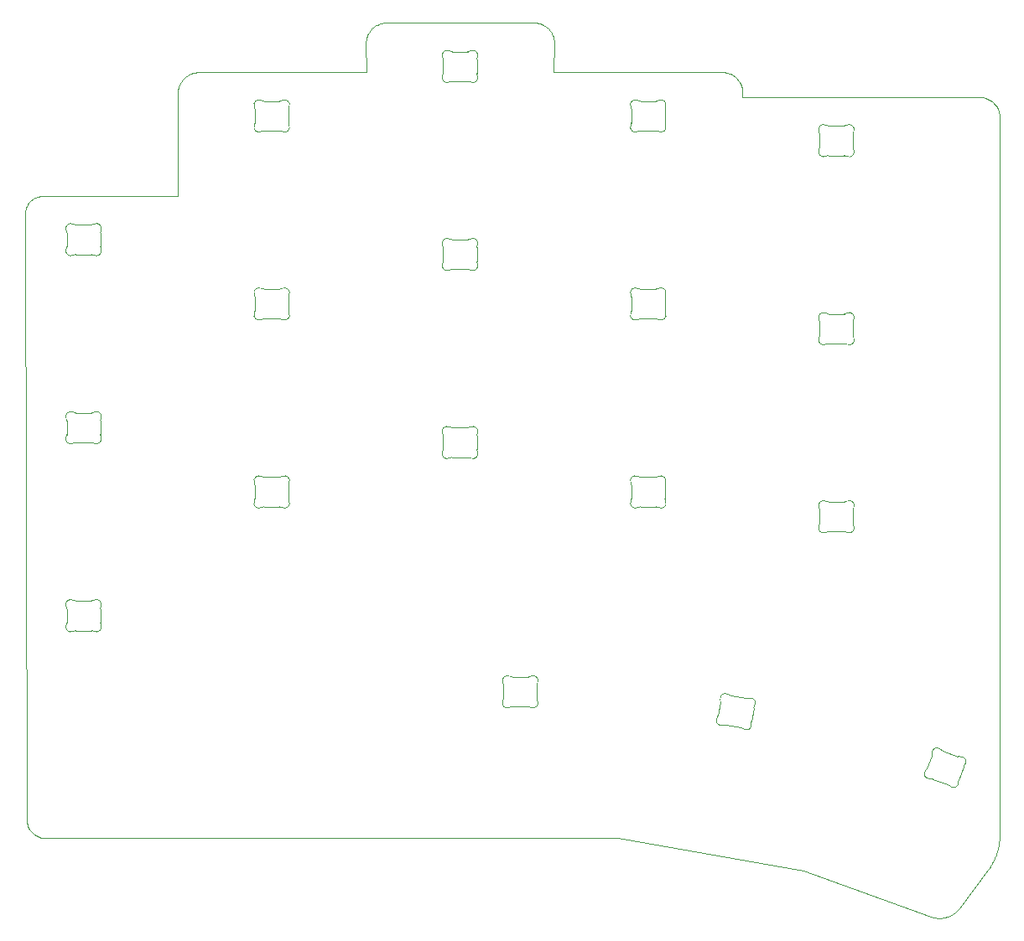
<source format=gbr>
%TF.GenerationSoftware,KiCad,Pcbnew,(6.0.5)*%
%TF.CreationDate,2022-11-22T22:37:01-08:00*%
%TF.ProjectId,bgkeeb,62676b65-6562-42e6-9b69-6361645f7063,rev?*%
%TF.SameCoordinates,Original*%
%TF.FileFunction,Profile,NP*%
%FSLAX46Y46*%
G04 Gerber Fmt 4.6, Leading zero omitted, Abs format (unit mm)*
G04 Created by KiCad (PCBNEW (6.0.5)) date 2022-11-22 22:37:01*
%MOMM*%
%LPD*%
G01*
G04 APERTURE LIST*
%ADD10C,0.100000*%
%TA.AperFunction,Profile*%
%ADD11C,0.100000*%
%TD*%
G04 APERTURE END LIST*
D10*
X89501525Y-33087585D02*
X89503022Y-32986252D01*
X89509535Y-32885564D01*
X89520993Y-32785693D01*
X89537328Y-32686808D01*
X89570824Y-32540702D01*
X89614904Y-32397772D01*
X89669337Y-32258591D01*
X89733889Y-32123735D01*
X89808328Y-31993778D01*
X89863332Y-31910145D01*
X89922557Y-31829114D01*
X89985934Y-31750856D01*
X90053396Y-31675540D01*
X90088637Y-31639040D01*
X90088637Y-31639040D02*
X90161707Y-31568816D01*
X90237846Y-31502610D01*
X90316884Y-31440494D01*
X90398652Y-31382537D01*
X90526053Y-31303556D01*
X90658643Y-31234331D01*
X90795851Y-31175102D01*
X90937105Y-31126107D01*
X91081832Y-31087585D01*
X91179965Y-31067839D01*
X91279218Y-31052924D01*
X91379421Y-31042911D01*
X91480407Y-31037871D01*
X91531140Y-31037238D01*
D11*
X72627520Y-36035956D02*
X89531489Y-36035956D01*
X108479887Y-36035956D02*
X125494255Y-36035956D01*
D10*
X126919713Y-36634469D02*
X126988119Y-36707800D01*
X127083121Y-36823355D01*
X127168789Y-36945065D01*
X127244893Y-37072355D01*
X127311206Y-37204649D01*
X127367497Y-37341369D01*
X127413539Y-37481940D01*
X127449101Y-37625786D01*
X127473955Y-37772329D01*
X127487872Y-37920994D01*
X127490961Y-38020997D01*
X127490624Y-38071204D01*
X71112978Y-36665012D02*
X71189848Y-36591585D01*
X71269914Y-36522364D01*
X71352999Y-36457423D01*
X71438926Y-36396835D01*
X71527518Y-36340672D01*
X71618601Y-36289009D01*
X71711996Y-36241918D01*
X71807527Y-36199473D01*
X71905019Y-36161747D01*
X72004294Y-36128813D01*
X72105176Y-36100745D01*
X72207489Y-36077616D01*
X72311057Y-36059499D01*
X72415702Y-36046468D01*
X72521248Y-36038596D01*
X72627520Y-36035956D01*
X151440388Y-38537856D02*
X151545118Y-38540504D01*
X151648473Y-38548362D01*
X151750326Y-38561304D01*
X151850548Y-38579201D01*
X151949013Y-38601926D01*
X152045590Y-38629349D01*
X152232576Y-38697783D01*
X152410483Y-38783481D01*
X152578288Y-38885419D01*
X152734967Y-39002574D01*
X152879499Y-39133924D01*
X153010859Y-39278446D01*
X153128026Y-39435117D01*
X153229976Y-39602914D01*
X153315687Y-39780815D01*
X153384134Y-39967796D01*
X153411565Y-40064371D01*
X153434296Y-40162834D01*
X153452200Y-40263055D01*
X153465150Y-40364907D01*
X153473016Y-40468262D01*
X153475672Y-40572992D01*
X70489772Y-38181971D02*
X70492002Y-38075690D01*
X70499467Y-37970114D01*
X70512094Y-37865419D01*
X70529811Y-37761783D01*
X70552545Y-37659381D01*
X70580223Y-37558391D01*
X70612774Y-37458990D01*
X70650123Y-37361353D01*
X70692199Y-37265658D01*
X70738929Y-37172082D01*
X70790241Y-37080801D01*
X70846061Y-36991993D01*
X70906317Y-36905832D01*
X70970937Y-36822498D01*
X71039848Y-36742165D01*
X71112978Y-36665012D01*
X153480920Y-113059601D02*
X153479727Y-113179142D01*
X153476139Y-113298452D01*
X153470168Y-113417496D01*
X153461824Y-113536241D01*
X153451118Y-113654653D01*
X153438061Y-113772699D01*
X153422665Y-113890345D01*
X153404941Y-114007557D01*
X153384899Y-114124302D01*
X153362552Y-114240546D01*
X153337909Y-114356255D01*
X153310983Y-114471396D01*
X153281784Y-114585935D01*
X153250323Y-114699839D01*
X153216611Y-114813074D01*
X153180660Y-114925606D01*
X153142481Y-115037401D01*
X153102085Y-115148427D01*
X153059482Y-115258649D01*
X153014685Y-115368034D01*
X152967704Y-115476548D01*
X152918550Y-115584157D01*
X152867234Y-115690828D01*
X152813768Y-115796528D01*
X152758162Y-115901222D01*
X152700428Y-116004877D01*
X152640577Y-116107459D01*
X152578620Y-116208935D01*
X152514568Y-116309272D01*
X152448432Y-116408434D01*
X152380224Y-116506390D01*
X152309954Y-116603105D01*
D11*
X153475672Y-40572992D02*
X153480920Y-113059601D01*
X133697002Y-116711436D02*
X114936562Y-113401816D01*
X114936562Y-113401816D02*
X57130533Y-113401816D01*
X89531489Y-36035956D02*
X89501525Y-33087585D01*
X152309954Y-116603105D02*
X149438604Y-120472650D01*
X127490624Y-38071204D02*
X127481622Y-38537856D01*
X56956848Y-48522176D02*
X70529749Y-48537838D01*
X127481622Y-38537856D02*
X151440388Y-38537856D01*
D10*
X149438604Y-120472650D02*
X149374487Y-120555461D01*
X149307490Y-120635046D01*
X149237730Y-120711370D01*
X149165324Y-120784397D01*
X149090387Y-120854092D01*
X149013036Y-120920420D01*
X148933388Y-120983345D01*
X148851559Y-121042834D01*
X148767666Y-121098850D01*
X148681825Y-121151358D01*
X148594154Y-121200323D01*
X148504767Y-121245711D01*
X148413782Y-121287485D01*
X148321316Y-121325612D01*
X148132404Y-121390779D01*
X147938963Y-121440932D01*
X147840836Y-121460291D01*
X147741927Y-121475790D01*
X147642351Y-121487395D01*
X147542226Y-121495071D01*
X147441667Y-121498782D01*
X147340793Y-121498494D01*
X147239718Y-121494171D01*
X147138560Y-121485778D01*
X147037434Y-121473280D01*
X146936459Y-121456642D01*
X146835749Y-121435828D01*
X146735422Y-121410804D01*
X146635594Y-121381535D01*
X146536382Y-121347985D01*
X107922527Y-31639249D02*
X107992028Y-31713054D01*
X108057479Y-31789889D01*
X108118810Y-31869582D01*
X108175953Y-31951964D01*
X108228838Y-32036864D01*
X108300032Y-32168563D01*
X108361258Y-32304972D01*
X108412284Y-32445515D01*
X108452876Y-32589618D01*
X108474027Y-32687380D01*
X108490368Y-32786300D01*
X108501830Y-32886205D01*
X108508345Y-32986927D01*
X108509844Y-33088296D01*
D11*
X146536382Y-121347985D02*
X133697002Y-116711436D01*
D10*
X106479523Y-31037238D02*
X106580870Y-31039766D01*
X106681521Y-31047304D01*
X106781305Y-31059781D01*
X106880053Y-31077126D01*
X106977596Y-31099269D01*
X107121279Y-31141323D01*
X107261296Y-31193774D01*
X107397075Y-31256383D01*
X107528044Y-31328912D01*
X107612403Y-31382657D01*
X107694200Y-31440634D01*
X107773265Y-31502772D01*
X107849431Y-31569000D01*
X107922527Y-31639249D01*
X57130533Y-113401816D02*
X56937241Y-113392072D01*
X56749513Y-113363473D01*
X56568297Y-113316964D01*
X56394541Y-113253491D01*
X56229193Y-113173999D01*
X56073201Y-113079435D01*
X55927515Y-112970745D01*
X55793083Y-112848874D01*
X55670853Y-112714768D01*
X55561773Y-112569373D01*
X55466792Y-112413635D01*
X55386858Y-112248500D01*
X55322920Y-112074914D01*
X55275926Y-111893823D01*
X55246824Y-111706172D01*
X55236564Y-111512908D01*
D11*
X55236564Y-111512908D02*
X55072993Y-50408904D01*
D10*
X55072993Y-50408904D02*
X55077835Y-50268810D01*
X55092970Y-50130299D01*
X55118183Y-49993895D01*
X55153256Y-49860124D01*
X55197974Y-49729510D01*
X55252120Y-49602577D01*
X55315478Y-49479851D01*
X55387831Y-49361856D01*
X55468964Y-49249117D01*
X55558660Y-49142159D01*
X55623108Y-49074324D01*
X55623108Y-49074324D02*
X55725776Y-48978883D01*
X55834587Y-48891851D01*
X55949017Y-48813446D01*
X56068541Y-48743885D01*
X56192636Y-48683385D01*
X56320776Y-48632162D01*
X56452437Y-48590434D01*
X56587096Y-48558419D01*
X56724226Y-48536332D01*
X56863305Y-48524392D01*
X56956848Y-48522176D01*
X125494255Y-36035956D02*
X125594508Y-36038471D01*
X125743527Y-36051568D01*
X125890404Y-36075639D01*
X126034569Y-36110444D01*
X126175448Y-36155743D01*
X126312470Y-36211296D01*
X126445063Y-36276863D01*
X126572656Y-36352204D01*
X126694676Y-36437079D01*
X126810552Y-36531247D01*
X126884107Y-36599070D01*
X126919713Y-36634469D01*
D11*
X108509844Y-33088296D02*
X108479887Y-36035956D01*
X91531140Y-31037238D02*
X106479523Y-31037238D01*
X70529749Y-48537838D02*
X70489772Y-38181971D01*
%TO.C,D47*%
X78297589Y-41149331D02*
X78297589Y-39743647D01*
X81697587Y-39743647D02*
X81697587Y-41149331D01*
X79203136Y-38946489D02*
X80792040Y-38946489D01*
X80792040Y-41946488D02*
X79203135Y-41946488D01*
X78950877Y-38878190D02*
G75*
G03*
X79203136Y-38946489I252261J431712D01*
G01*
X81747072Y-39526769D02*
G75*
G03*
X81044299Y-38878192I-450515J216877D01*
G01*
X78950877Y-38878190D02*
G75*
G03*
X78248104Y-39526770I-252259J-431700D01*
G01*
X80792040Y-38946489D02*
G75*
G03*
X81044298Y-38878190I-3J500009D01*
G01*
X78297603Y-39743647D02*
G75*
G03*
X78248104Y-39526769I-499615J59D01*
G01*
X78248104Y-41366209D02*
G75*
G03*
X78950877Y-42014787I450514J-216879D01*
G01*
X81747072Y-39526769D02*
G75*
G03*
X81697587Y-39743646I450505J-216876D01*
G01*
X81044299Y-42014788D02*
G75*
G03*
X80792041Y-41946489I-252261J-431710D01*
G01*
X81044299Y-42014788D02*
G75*
G03*
X81747072Y-41366209I252258J431701D01*
G01*
X79203135Y-41946488D02*
G75*
G03*
X78950877Y-42014787I3J-500010D01*
G01*
X81697587Y-41149331D02*
G75*
G03*
X81747072Y-41366209I499990J-2D01*
G01*
X78248105Y-41366210D02*
G75*
G03*
X78297589Y-41149332I-450497J216872D01*
G01*
%TO.C,D48*%
X100697586Y-34743647D02*
X100697586Y-36149331D01*
X97297588Y-36149331D02*
X97297588Y-34743647D01*
X98203135Y-33946489D02*
X99792039Y-33946489D01*
X99792039Y-36946488D02*
X98203134Y-36946488D01*
X97950876Y-33878190D02*
G75*
G03*
X97248103Y-34526770I-252259J-431700D01*
G01*
X97297602Y-34743647D02*
G75*
G03*
X97248103Y-34526769I-499615J59D01*
G01*
X100747071Y-34526769D02*
G75*
G03*
X100044298Y-33878192I-450515J216877D01*
G01*
X97950876Y-33878190D02*
G75*
G03*
X98203135Y-33946489I252261J431712D01*
G01*
X99792039Y-33946489D02*
G75*
G03*
X100044297Y-33878190I-3J500009D01*
G01*
X97248103Y-36366209D02*
G75*
G03*
X97950876Y-37014787I450514J-216879D01*
G01*
X97248104Y-36366210D02*
G75*
G03*
X97297588Y-36149332I-450497J216872D01*
G01*
X98203134Y-36946488D02*
G75*
G03*
X97950876Y-37014787I3J-500010D01*
G01*
X100044298Y-37014788D02*
G75*
G03*
X99792040Y-36946489I-252261J-431710D01*
G01*
X100697586Y-36149331D02*
G75*
G03*
X100747071Y-36366209I499990J-2D01*
G01*
X100747071Y-34526769D02*
G75*
G03*
X100697586Y-34743646I450505J-216876D01*
G01*
X100044298Y-37014788D02*
G75*
G03*
X100747071Y-36366209I252258J431701D01*
G01*
%TO.C,D54*%
X138697584Y-42243648D02*
X138697584Y-43649332D01*
X137792037Y-44446489D02*
X136203132Y-44446489D01*
X136203133Y-41446490D02*
X137792037Y-41446490D01*
X135297586Y-43649332D02*
X135297586Y-42243648D01*
X138044296Y-44514789D02*
G75*
G03*
X138747069Y-43866210I252258J431701D01*
G01*
X138747069Y-42026770D02*
G75*
G03*
X138697584Y-42243647I450505J-216876D01*
G01*
X138697584Y-43649332D02*
G75*
G03*
X138747069Y-43866210I499990J-2D01*
G01*
X137792037Y-41446490D02*
G75*
G03*
X138044295Y-41378191I-3J500009D01*
G01*
X135297600Y-42243648D02*
G75*
G03*
X135248101Y-42026770I-499615J59D01*
G01*
X135950874Y-41378191D02*
G75*
G03*
X136203133Y-41446490I252261J431712D01*
G01*
X135248101Y-43866210D02*
G75*
G03*
X135950874Y-44514788I450514J-216879D01*
G01*
X135248102Y-43866211D02*
G75*
G03*
X135297586Y-43649333I-450497J216872D01*
G01*
X135950874Y-41378191D02*
G75*
G03*
X135248101Y-42026771I-252259J-431700D01*
G01*
X138044296Y-44514789D02*
G75*
G03*
X137792038Y-44446490I-252261J-431710D01*
G01*
X136203132Y-44446489D02*
G75*
G03*
X135950874Y-44514788I3J-500010D01*
G01*
X138747069Y-42026770D02*
G75*
G03*
X138044296Y-41378193I-450515J216877D01*
G01*
%TO.C,D55*%
X135297586Y-62649331D02*
X135297586Y-61243647D01*
X136203133Y-60446489D02*
X137792037Y-60446489D01*
X138697584Y-61243647D02*
X138697584Y-62649331D01*
X137792037Y-63446488D02*
X136203132Y-63446488D01*
X135297600Y-61243647D02*
G75*
G03*
X135248101Y-61026769I-499615J59D01*
G01*
X135950874Y-60378190D02*
G75*
G03*
X136203133Y-60446489I252261J431712D01*
G01*
X137792037Y-60446489D02*
G75*
G03*
X138044295Y-60378190I-3J500009D01*
G01*
X138044296Y-63514788D02*
G75*
G03*
X137792038Y-63446489I-252261J-431710D01*
G01*
X135248102Y-62866210D02*
G75*
G03*
X135297586Y-62649332I-450497J216872D01*
G01*
X138747069Y-61026769D02*
G75*
G03*
X138044296Y-60378192I-450515J216877D01*
G01*
X138747069Y-61026769D02*
G75*
G03*
X138697584Y-61243646I450505J-216876D01*
G01*
X138044296Y-63514788D02*
G75*
G03*
X138747069Y-62866209I252258J431701D01*
G01*
X135248101Y-62866209D02*
G75*
G03*
X135950874Y-63514787I450514J-216879D01*
G01*
X135950874Y-60378190D02*
G75*
G03*
X135248101Y-61026770I-252259J-431700D01*
G01*
X138697584Y-62649331D02*
G75*
G03*
X138747069Y-62866209I499990J-2D01*
G01*
X136203132Y-63446488D02*
G75*
G03*
X135950874Y-63514787I3J-500010D01*
G01*
%TO.C,D42*%
X61792041Y-73446486D02*
X60203136Y-73446486D01*
X60203137Y-70446487D02*
X61792041Y-70446487D01*
X59297590Y-72649329D02*
X59297590Y-71243645D01*
X62697588Y-71243645D02*
X62697588Y-72649329D01*
X62044300Y-73514786D02*
G75*
G03*
X61792042Y-73446487I-252261J-431710D01*
G01*
X59248105Y-72866207D02*
G75*
G03*
X59950878Y-73514785I450514J-216879D01*
G01*
X62697588Y-72649329D02*
G75*
G03*
X62747073Y-72866207I499990J-2D01*
G01*
X59950878Y-70378188D02*
G75*
G03*
X60203137Y-70446487I252261J431712D01*
G01*
X62747073Y-71026767D02*
G75*
G03*
X62044300Y-70378190I-450515J216877D01*
G01*
X60203136Y-73446486D02*
G75*
G03*
X59950878Y-73514785I3J-500010D01*
G01*
X62747073Y-71026767D02*
G75*
G03*
X62697588Y-71243644I450505J-216876D01*
G01*
X62044300Y-73514786D02*
G75*
G03*
X62747073Y-72866207I252258J431701D01*
G01*
X59248106Y-72866208D02*
G75*
G03*
X59297590Y-72649330I-450497J216872D01*
G01*
X59297604Y-71243645D02*
G75*
G03*
X59248105Y-71026767I-499615J59D01*
G01*
X61792041Y-70446487D02*
G75*
G03*
X62044299Y-70378188I-3J500009D01*
G01*
X59950878Y-70378188D02*
G75*
G03*
X59248105Y-71026768I-252259J-431700D01*
G01*
%TO.C,D46*%
X79203136Y-57946488D02*
X80792040Y-57946488D01*
X80792040Y-60946487D02*
X79203135Y-60946487D01*
X81697587Y-58743646D02*
X81697587Y-60149330D01*
X78297589Y-60149330D02*
X78297589Y-58743646D01*
X78248104Y-60366208D02*
G75*
G03*
X78950877Y-61014786I450514J-216879D01*
G01*
X81747072Y-58526768D02*
G75*
G03*
X81044299Y-57878191I-450515J216877D01*
G01*
X81044299Y-61014787D02*
G75*
G03*
X80792041Y-60946488I-252261J-431710D01*
G01*
X78297603Y-58743646D02*
G75*
G03*
X78248104Y-58526768I-499615J59D01*
G01*
X79203135Y-60946487D02*
G75*
G03*
X78950877Y-61014786I3J-500010D01*
G01*
X78248105Y-60366209D02*
G75*
G03*
X78297589Y-60149331I-450497J216872D01*
G01*
X80792040Y-57946488D02*
G75*
G03*
X81044298Y-57878189I-3J500009D01*
G01*
X78950877Y-57878189D02*
G75*
G03*
X79203136Y-57946488I252261J431712D01*
G01*
X81697587Y-60149330D02*
G75*
G03*
X81747072Y-60366208I499990J-2D01*
G01*
X78950877Y-57878189D02*
G75*
G03*
X78248104Y-58526769I-252259J-431700D01*
G01*
X81044299Y-61014787D02*
G75*
G03*
X81747072Y-60366208I252258J431701D01*
G01*
X81747072Y-58526768D02*
G75*
G03*
X81697587Y-58743645I450505J-216876D01*
G01*
%TO.C,D49*%
X98203135Y-52946488D02*
X99792039Y-52946488D01*
X99792039Y-55946487D02*
X98203134Y-55946487D01*
X100697586Y-53743646D02*
X100697586Y-55149330D01*
X97297588Y-55149330D02*
X97297588Y-53743646D01*
X100747071Y-53526768D02*
G75*
G03*
X100044298Y-52878191I-450515J216877D01*
G01*
X97950876Y-52878189D02*
G75*
G03*
X97248103Y-53526769I-252259J-431700D01*
G01*
X97248103Y-55366208D02*
G75*
G03*
X97950876Y-56014786I450514J-216879D01*
G01*
X97950876Y-52878189D02*
G75*
G03*
X98203135Y-52946488I252261J431712D01*
G01*
X100044298Y-56014787D02*
G75*
G03*
X100747071Y-55366208I252258J431701D01*
G01*
X100697586Y-55149330D02*
G75*
G03*
X100747071Y-55366208I499990J-2D01*
G01*
X100747071Y-53526768D02*
G75*
G03*
X100697586Y-53743645I450505J-216876D01*
G01*
X98203134Y-55946487D02*
G75*
G03*
X97950876Y-56014786I3J-500010D01*
G01*
X100044298Y-56014787D02*
G75*
G03*
X99792040Y-55946488I-252261J-431710D01*
G01*
X97248104Y-55366209D02*
G75*
G03*
X97297588Y-55149331I-450497J216872D01*
G01*
X97297602Y-53743646D02*
G75*
G03*
X97248103Y-53526768I-499615J59D01*
G01*
X99792039Y-52946488D02*
G75*
G03*
X100044297Y-52878189I-3J500009D01*
G01*
%TO.C,D53*%
X116297587Y-41149331D02*
X116297587Y-39743647D01*
X117203134Y-38946489D02*
X118792038Y-38946489D01*
X119697585Y-39743647D02*
X119697585Y-41149331D01*
X118792038Y-41946488D02*
X117203133Y-41946488D01*
X117203133Y-41946488D02*
G75*
G03*
X116950875Y-42014787I3J-500010D01*
G01*
X118792038Y-38946489D02*
G75*
G03*
X119044296Y-38878190I-3J500009D01*
G01*
X116950875Y-38878190D02*
G75*
G03*
X116248102Y-39526770I-252259J-431700D01*
G01*
X119697585Y-41149331D02*
G75*
G03*
X119747070Y-41366209I499990J-2D01*
G01*
X119044297Y-42014788D02*
G75*
G03*
X118792039Y-41946489I-252261J-431710D01*
G01*
X116248102Y-41366209D02*
G75*
G03*
X116950875Y-42014787I450514J-216879D01*
G01*
X116950875Y-38878190D02*
G75*
G03*
X117203134Y-38946489I252261J431712D01*
G01*
X119747070Y-39526769D02*
G75*
G03*
X119044297Y-38878192I-450515J216877D01*
G01*
X116297601Y-39743647D02*
G75*
G03*
X116248102Y-39526769I-499615J59D01*
G01*
X119747070Y-39526769D02*
G75*
G03*
X119697585Y-39743646I450505J-216876D01*
G01*
X116248103Y-41366210D02*
G75*
G03*
X116297587Y-41149332I-450497J216872D01*
G01*
X119044297Y-42014788D02*
G75*
G03*
X119747070Y-41366209I252258J431701D01*
G01*
%TO.C,D56*%
X137792037Y-82446487D02*
X136203132Y-82446487D01*
X136203133Y-79446488D02*
X137792037Y-79446488D01*
X138697584Y-80243646D02*
X138697584Y-81649330D01*
X135297586Y-81649330D02*
X135297586Y-80243646D01*
X138044296Y-82514787D02*
G75*
G03*
X137792038Y-82446488I-252261J-431710D01*
G01*
X135950874Y-79378189D02*
G75*
G03*
X136203133Y-79446488I252261J431712D01*
G01*
X136203132Y-82446487D02*
G75*
G03*
X135950874Y-82514786I3J-500010D01*
G01*
X138044296Y-82514787D02*
G75*
G03*
X138747069Y-81866208I252258J431701D01*
G01*
X137792037Y-79446488D02*
G75*
G03*
X138044295Y-79378189I-3J500009D01*
G01*
X135950874Y-79378189D02*
G75*
G03*
X135248101Y-80026769I-252259J-431700D01*
G01*
X138747069Y-80026768D02*
G75*
G03*
X138697584Y-80243645I450505J-216876D01*
G01*
X138747069Y-80026768D02*
G75*
G03*
X138044296Y-79378191I-450515J216877D01*
G01*
X135297600Y-80243646D02*
G75*
G03*
X135248101Y-80026768I-499615J59D01*
G01*
X138697584Y-81649330D02*
G75*
G03*
X138747069Y-81866208I499990J-2D01*
G01*
X135248101Y-81866208D02*
G75*
G03*
X135950874Y-82514786I450514J-216879D01*
G01*
X135248102Y-81866209D02*
G75*
G03*
X135297586Y-81649331I-450497J216872D01*
G01*
%TO.C,D43*%
X60203136Y-89446486D02*
X61792040Y-89446486D01*
X59297589Y-91649328D02*
X59297589Y-90243644D01*
X61792040Y-92446485D02*
X60203135Y-92446485D01*
X62697587Y-90243644D02*
X62697587Y-91649328D01*
X62044299Y-92514785D02*
G75*
G03*
X61792041Y-92446486I-252261J-431710D01*
G01*
X59950877Y-89378187D02*
G75*
G03*
X60203136Y-89446486I252261J431712D01*
G01*
X61792040Y-89446486D02*
G75*
G03*
X62044298Y-89378187I-3J500009D01*
G01*
X59297603Y-90243644D02*
G75*
G03*
X59248104Y-90026766I-499615J59D01*
G01*
X62747072Y-90026766D02*
G75*
G03*
X62697587Y-90243643I450505J-216876D01*
G01*
X62697587Y-91649328D02*
G75*
G03*
X62747072Y-91866206I499990J-2D01*
G01*
X59248105Y-91866207D02*
G75*
G03*
X59297589Y-91649329I-450497J216872D01*
G01*
X59950877Y-89378187D02*
G75*
G03*
X59248104Y-90026767I-252259J-431700D01*
G01*
X62747072Y-90026766D02*
G75*
G03*
X62044299Y-89378189I-450515J216877D01*
G01*
X59248104Y-91866206D02*
G75*
G03*
X59950877Y-92514784I450514J-216879D01*
G01*
X62044299Y-92514785D02*
G75*
G03*
X62747072Y-91866206I252258J431701D01*
G01*
X60203135Y-92446485D02*
G75*
G03*
X59950877Y-92514784I3J-500010D01*
G01*
%TO.C,D50*%
X97297587Y-74149330D02*
X97297587Y-72743646D01*
X99792038Y-74946487D02*
X98203133Y-74946487D01*
X100697585Y-72743646D02*
X100697585Y-74149330D01*
X98203134Y-71946488D02*
X99792038Y-71946488D01*
X100697585Y-74149330D02*
G75*
G03*
X100747070Y-74366208I499990J-2D01*
G01*
X100747070Y-72526768D02*
G75*
G03*
X100044297Y-71878191I-450515J216877D01*
G01*
X97950875Y-71878189D02*
G75*
G03*
X97248102Y-72526769I-252259J-431700D01*
G01*
X97297601Y-72743646D02*
G75*
G03*
X97248102Y-72526768I-499615J59D01*
G01*
X100747070Y-72526768D02*
G75*
G03*
X100697585Y-72743645I450505J-216876D01*
G01*
X97950875Y-71878189D02*
G75*
G03*
X98203134Y-71946488I252261J431712D01*
G01*
X98203133Y-74946487D02*
G75*
G03*
X97950875Y-75014786I3J-500010D01*
G01*
X100044297Y-75014787D02*
G75*
G03*
X100747070Y-74366208I252258J431701D01*
G01*
X97248103Y-74366209D02*
G75*
G03*
X97297587Y-74149331I-450497J216872D01*
G01*
X99792038Y-71946488D02*
G75*
G03*
X100044296Y-71878189I-3J500009D01*
G01*
X100044297Y-75014787D02*
G75*
G03*
X99792039Y-74946488I-252261J-431710D01*
G01*
X97248102Y-74366208D02*
G75*
G03*
X97950875Y-75014786I450514J-216879D01*
G01*
%TO.C,D57*%
X103378594Y-99337247D02*
X103378594Y-97931563D01*
X105873045Y-100134404D02*
X104284140Y-100134404D01*
X104284141Y-97134405D02*
X105873045Y-97134405D01*
X106778592Y-97931563D02*
X106778592Y-99337247D01*
X106778592Y-99337247D02*
G75*
G03*
X106828077Y-99554125I499990J-2D01*
G01*
X103329109Y-99554125D02*
G75*
G03*
X104031882Y-100202703I450514J-216879D01*
G01*
X106828077Y-97714685D02*
G75*
G03*
X106125304Y-97066108I-450515J216877D01*
G01*
X105873045Y-97134405D02*
G75*
G03*
X106125303Y-97066106I-3J500009D01*
G01*
X103378608Y-97931563D02*
G75*
G03*
X103329109Y-97714685I-499615J59D01*
G01*
X106828077Y-97714685D02*
G75*
G03*
X106778592Y-97931562I450505J-216876D01*
G01*
X104031882Y-97066106D02*
G75*
G03*
X104284141Y-97134405I252261J431712D01*
G01*
X104031882Y-97066106D02*
G75*
G03*
X103329109Y-97714686I-252259J-431700D01*
G01*
X103329110Y-99554126D02*
G75*
G03*
X103378594Y-99337248I-450497J216872D01*
G01*
X106125304Y-100202704D02*
G75*
G03*
X106828077Y-99554125I252258J431701D01*
G01*
X104284140Y-100134404D02*
G75*
G03*
X104031882Y-100202703I3J-500010D01*
G01*
X106125304Y-100202704D02*
G75*
G03*
X105873046Y-100134405I-252261J-431710D01*
G01*
%TO.C,D59*%
X125049587Y-101034896D02*
X125293682Y-99650568D01*
X128642026Y-100240971D02*
X128397932Y-101625300D01*
X127367717Y-102253099D02*
X125802951Y-101977189D01*
X126323896Y-99022767D02*
X127888661Y-99298677D01*
X125802951Y-101977189D02*
G75*
G03*
X125542665Y-102000646I-86823J-492414D01*
G01*
X124963195Y-101239887D02*
G75*
G03*
X125049587Y-101034897I-405994J291805D01*
G01*
X127604283Y-102364166D02*
G75*
G03*
X128409004Y-101847476I323390J381338D01*
G01*
X128397931Y-101625300D02*
G75*
G03*
X128409004Y-101847476I492394J-86824D01*
G01*
X126087329Y-98911702D02*
G75*
G03*
X126323896Y-99022767I323395J381350D01*
G01*
X124963193Y-101239886D02*
G75*
G03*
X125542665Y-102000646I406009J-291815D01*
G01*
X127888661Y-99298677D02*
G75*
G03*
X128148947Y-99275220I86823J492413D01*
G01*
X125293695Y-99650570D02*
G75*
G03*
X125282609Y-99428392I-492014J86815D01*
G01*
X128728420Y-100035981D02*
G75*
G03*
X128642026Y-100240970I405992J-291807D01*
G01*
X126087330Y-98911701D02*
G75*
G03*
X125282609Y-99428392I-323390J-381338D01*
G01*
X128728421Y-100035981D02*
G75*
G03*
X128148948Y-99275222I-406012J291812D01*
G01*
X127604283Y-102364166D02*
G75*
G03*
X127367718Y-102253101I-323394J-381347D01*
G01*
%TO.C,D41*%
X59297590Y-53649330D02*
X59297590Y-52243646D01*
X60203137Y-51446488D02*
X61792041Y-51446488D01*
X62697588Y-52243646D02*
X62697588Y-53649330D01*
X61792041Y-54446487D02*
X60203136Y-54446487D01*
X62044300Y-54514787D02*
G75*
G03*
X61792042Y-54446488I-252261J-431710D01*
G01*
X59248105Y-53866208D02*
G75*
G03*
X59950878Y-54514786I450514J-216879D01*
G01*
X61792041Y-51446488D02*
G75*
G03*
X62044299Y-51378189I-3J500009D01*
G01*
X59297604Y-52243646D02*
G75*
G03*
X59248105Y-52026768I-499615J59D01*
G01*
X62747073Y-52026768D02*
G75*
G03*
X62697588Y-52243645I450505J-216876D01*
G01*
X62044300Y-54514787D02*
G75*
G03*
X62747073Y-53866208I252258J431701D01*
G01*
X59950878Y-51378189D02*
G75*
G03*
X60203137Y-51446488I252261J431712D01*
G01*
X62697588Y-53649330D02*
G75*
G03*
X62747073Y-53866208I499990J-2D01*
G01*
X59950878Y-51378189D02*
G75*
G03*
X59248105Y-52026769I-252259J-431700D01*
G01*
X59248106Y-53866209D02*
G75*
G03*
X59297590Y-53649331I-450497J216872D01*
G01*
X60203136Y-54446487D02*
G75*
G03*
X59950878Y-54514786I3J-500010D01*
G01*
X62747073Y-52026768D02*
G75*
G03*
X62044300Y-51378191I-450515J216877D01*
G01*
%TO.C,D45*%
X79203135Y-76946487D02*
X80792039Y-76946487D01*
X78297588Y-79149329D02*
X78297588Y-77743645D01*
X81697586Y-77743645D02*
X81697586Y-79149329D01*
X80792039Y-79946486D02*
X79203134Y-79946486D01*
X81697586Y-79149329D02*
G75*
G03*
X81747071Y-79366207I499990J-2D01*
G01*
X81747071Y-77526767D02*
G75*
G03*
X81697586Y-77743644I450505J-216876D01*
G01*
X81747071Y-77526767D02*
G75*
G03*
X81044298Y-76878190I-450515J216877D01*
G01*
X78950876Y-76878188D02*
G75*
G03*
X79203135Y-76946487I252261J431712D01*
G01*
X78950876Y-76878188D02*
G75*
G03*
X78248103Y-77526768I-252259J-431700D01*
G01*
X79203134Y-79946486D02*
G75*
G03*
X78950876Y-80014785I3J-500010D01*
G01*
X78248103Y-79366207D02*
G75*
G03*
X78950876Y-80014785I450514J-216879D01*
G01*
X80792039Y-76946487D02*
G75*
G03*
X81044297Y-76878188I-3J500009D01*
G01*
X78297602Y-77743645D02*
G75*
G03*
X78248103Y-77526767I-499615J59D01*
G01*
X78248104Y-79366208D02*
G75*
G03*
X78297588Y-79149330I-450497J216872D01*
G01*
X81044298Y-80014786D02*
G75*
G03*
X81747071Y-79366207I252258J431701D01*
G01*
X81044298Y-80014786D02*
G75*
G03*
X80792040Y-79946487I-252261J-431710D01*
G01*
%TO.C,D51*%
X116297587Y-79149330D02*
X116297587Y-77743646D01*
X119697585Y-77743646D02*
X119697585Y-79149330D01*
X117203134Y-76946488D02*
X118792038Y-76946488D01*
X118792038Y-79946487D02*
X117203133Y-79946487D01*
X116950875Y-76878189D02*
G75*
G03*
X116248102Y-77526769I-252259J-431700D01*
G01*
X116950875Y-76878189D02*
G75*
G03*
X117203134Y-76946488I252261J431712D01*
G01*
X117203133Y-79946487D02*
G75*
G03*
X116950875Y-80014786I3J-500010D01*
G01*
X116297601Y-77743646D02*
G75*
G03*
X116248102Y-77526768I-499615J59D01*
G01*
X119747070Y-77526768D02*
G75*
G03*
X119044297Y-76878191I-450515J216877D01*
G01*
X119044297Y-80014787D02*
G75*
G03*
X118792039Y-79946488I-252261J-431710D01*
G01*
X116248102Y-79366208D02*
G75*
G03*
X116950875Y-80014786I450514J-216879D01*
G01*
X116248103Y-79366209D02*
G75*
G03*
X116297587Y-79149331I-450497J216872D01*
G01*
X119044297Y-80014787D02*
G75*
G03*
X119747070Y-79366208I252258J431701D01*
G01*
X119747070Y-77526768D02*
G75*
G03*
X119697585Y-77743645I450505J-216876D01*
G01*
X118792038Y-76946488D02*
G75*
G03*
X119044296Y-76878189I-3J500009D01*
G01*
X119697585Y-79149330D02*
G75*
G03*
X119747070Y-79366208I499990J-2D01*
G01*
%TO.C,D52*%
X119697585Y-58743646D02*
X119697585Y-60149330D01*
X117203134Y-57946488D02*
X118792038Y-57946488D01*
X116297587Y-60149330D02*
X116297587Y-58743646D01*
X118792038Y-60946487D02*
X117203133Y-60946487D01*
X116950875Y-57878189D02*
G75*
G03*
X117203134Y-57946488I252261J431712D01*
G01*
X119697585Y-60149330D02*
G75*
G03*
X119747070Y-60366208I499990J-2D01*
G01*
X119044297Y-61014787D02*
G75*
G03*
X118792039Y-60946488I-252261J-431710D01*
G01*
X116297601Y-58743646D02*
G75*
G03*
X116248102Y-58526768I-499615J59D01*
G01*
X119747070Y-58526768D02*
G75*
G03*
X119044297Y-57878191I-450515J216877D01*
G01*
X118792038Y-57946488D02*
G75*
G03*
X119044296Y-57878189I-3J500009D01*
G01*
X119044297Y-61014787D02*
G75*
G03*
X119747070Y-60366208I252258J431701D01*
G01*
X116248103Y-60366209D02*
G75*
G03*
X116297587Y-60149331I-450497J216872D01*
G01*
X119747070Y-58526768D02*
G75*
G03*
X119697585Y-58743645I450505J-216876D01*
G01*
X116248102Y-60366208D02*
G75*
G03*
X116950875Y-61014786I450514J-216879D01*
G01*
X117203133Y-60946487D02*
G75*
G03*
X116950875Y-61014786I3J-500010D01*
G01*
X116950875Y-57878189D02*
G75*
G03*
X116248102Y-58526769I-252259J-431700D01*
G01*
%TO.C,D60*%
X147752067Y-104621061D02*
X149245148Y-105164498D01*
X148219088Y-107983575D02*
X146726005Y-107440137D01*
X149823440Y-106223297D02*
X149342667Y-107544208D01*
X146147714Y-106381340D02*
X146628487Y-105060429D01*
X146027038Y-106568215D02*
G75*
G03*
X146147714Y-106381341I-349155J357872D01*
G01*
X146726005Y-107440137D02*
G75*
G03*
X146465601Y-107418040I-171006J-469816D01*
G01*
X146628500Y-105060434D02*
G75*
G03*
X146656163Y-104839706I-469465J170934D01*
G01*
X149342667Y-107544208D02*
G75*
G03*
X149314991Y-107764931I469837J-171008D01*
G01*
X146027037Y-106568214D02*
G75*
G03*
X146465601Y-107418040I349168J-357884D01*
G01*
X149245148Y-105164498D02*
G75*
G03*
X149505552Y-105186595I171010J469856D01*
G01*
X148432774Y-108134034D02*
G75*
G03*
X149314991Y-107764931I384695J319389D01*
G01*
X147538380Y-104470603D02*
G75*
G03*
X147752067Y-104621061I384702J319398D01*
G01*
X149944117Y-106036423D02*
G75*
G03*
X149823440Y-106223296I349152J-357874D01*
G01*
X149944117Y-106036423D02*
G75*
G03*
X149505553Y-105186598I-349170J357882D01*
G01*
X147538381Y-104470602D02*
G75*
G03*
X146656162Y-104839707I-384696J-319390D01*
G01*
X148432774Y-108134034D02*
G75*
G03*
X148219088Y-107983576I-384697J-319389D01*
G01*
%TO.C,D38*%
X60203137Y-54446487D02*
X61792042Y-54446487D01*
X62697588Y-53649330D02*
X62697588Y-52243646D01*
X61792041Y-51446488D02*
X60203137Y-51446488D01*
X59297590Y-52243646D02*
X59297590Y-53649330D01*
X59248105Y-53866208D02*
G75*
G03*
X59297590Y-53649330I-450505J216876D01*
G01*
X62747071Y-52026768D02*
G75*
G03*
X62044300Y-51378189I-450512J216881D01*
G01*
X62044300Y-54514786D02*
G75*
G03*
X61792042Y-54446487I-252261J-431711D01*
G01*
X59950878Y-51378191D02*
G75*
G03*
X59248105Y-52026768I-252258J-431700D01*
G01*
X62697587Y-53649331D02*
G75*
G03*
X62747073Y-53866208I499302J-156D01*
G01*
X62747075Y-52026769D02*
G75*
G03*
X62697588Y-52243646I450584J-216898D01*
G01*
X59297590Y-52243645D02*
G75*
G03*
X59248105Y-52026768I-499990J1D01*
G01*
X59248105Y-53866208D02*
G75*
G03*
X59950878Y-54514787I450515J-216878D01*
G01*
X61792041Y-51446487D02*
G75*
G03*
X62044300Y-51378189I8J499980D01*
G01*
X60203136Y-54446488D02*
G75*
G03*
X59950878Y-54514787I-5J-499982D01*
G01*
X59950879Y-51378189D02*
G75*
G03*
X60203137Y-51446488I252261J431710D01*
G01*
X62044300Y-54514785D02*
G75*
G03*
X62747073Y-53866208I252258J431700D01*
G01*
%TO.C,D39*%
X118792038Y-76946488D02*
X117203134Y-76946488D01*
X119697585Y-79149330D02*
X119697585Y-77743646D01*
X117203134Y-79946487D02*
X118792039Y-79946487D01*
X116297587Y-77743646D02*
X116297587Y-79149330D01*
X116950875Y-76878191D02*
G75*
G03*
X116248102Y-77526768I-252258J-431700D01*
G01*
X116950876Y-76878189D02*
G75*
G03*
X117203134Y-76946488I252261J431710D01*
G01*
X119044297Y-80014786D02*
G75*
G03*
X118792039Y-79946487I-252261J-431711D01*
G01*
X116248102Y-79366208D02*
G75*
G03*
X116297587Y-79149330I-450505J216876D01*
G01*
X119747068Y-77526768D02*
G75*
G03*
X119044297Y-76878189I-450512J216881D01*
G01*
X119044297Y-80014785D02*
G75*
G03*
X119747070Y-79366208I252258J431700D01*
G01*
X117203133Y-79946488D02*
G75*
G03*
X116950875Y-80014787I-5J-499982D01*
G01*
X116248102Y-79366208D02*
G75*
G03*
X116950875Y-80014787I450515J-216878D01*
G01*
X119697584Y-79149331D02*
G75*
G03*
X119747070Y-79366208I499302J-156D01*
G01*
X119747072Y-77526769D02*
G75*
G03*
X119697585Y-77743646I450584J-216898D01*
G01*
X116297587Y-77743645D02*
G75*
G03*
X116248102Y-77526768I-499990J1D01*
G01*
X118792038Y-76946487D02*
G75*
G03*
X119044297Y-76878189I8J499980D01*
G01*
%TO.C,D40*%
X61792041Y-70446487D02*
X60203137Y-70446487D01*
X62697588Y-72649329D02*
X62697588Y-71243645D01*
X60203137Y-73446486D02*
X61792042Y-73446486D01*
X59297590Y-71243645D02*
X59297590Y-72649329D01*
X59950879Y-70378188D02*
G75*
G03*
X60203137Y-70446487I252261J431710D01*
G01*
X59297590Y-71243644D02*
G75*
G03*
X59248105Y-71026767I-499990J1D01*
G01*
X60203136Y-73446487D02*
G75*
G03*
X59950878Y-73514786I-5J-499982D01*
G01*
X62044300Y-73514784D02*
G75*
G03*
X62747073Y-72866207I252258J431700D01*
G01*
X59248105Y-72866207D02*
G75*
G03*
X59297590Y-72649329I-450505J216876D01*
G01*
X61792041Y-70446486D02*
G75*
G03*
X62044300Y-70378188I8J499980D01*
G01*
X62747071Y-71026767D02*
G75*
G03*
X62044300Y-70378188I-450512J216881D01*
G01*
X59248105Y-72866207D02*
G75*
G03*
X59950878Y-73514786I450515J-216878D01*
G01*
X62044300Y-73514785D02*
G75*
G03*
X61792042Y-73446486I-252261J-431711D01*
G01*
X62747075Y-71026768D02*
G75*
G03*
X62697588Y-71243645I450584J-216898D01*
G01*
X59950878Y-70378190D02*
G75*
G03*
X59248105Y-71026767I-252258J-431700D01*
G01*
X62697587Y-72649330D02*
G75*
G03*
X62747073Y-72866207I499302J-156D01*
G01*
%TO.C,D44*%
X118792038Y-57946488D02*
X117203134Y-57946488D01*
X117203134Y-60946487D02*
X118792039Y-60946487D01*
X119697585Y-60149330D02*
X119697585Y-58743646D01*
X116297587Y-58743646D02*
X116297587Y-60149330D01*
X119747068Y-58526768D02*
G75*
G03*
X119044297Y-57878189I-450512J216881D01*
G01*
X116248102Y-60366208D02*
G75*
G03*
X116297587Y-60149330I-450505J216876D01*
G01*
X118792038Y-57946487D02*
G75*
G03*
X119044297Y-57878189I8J499980D01*
G01*
X119044297Y-61014785D02*
G75*
G03*
X119747070Y-60366208I252258J431700D01*
G01*
X117203133Y-60946488D02*
G75*
G03*
X116950875Y-61014787I-5J-499982D01*
G01*
X116297587Y-58743645D02*
G75*
G03*
X116248102Y-58526768I-499990J1D01*
G01*
X119747072Y-58526769D02*
G75*
G03*
X119697585Y-58743646I450584J-216898D01*
G01*
X116248102Y-60366208D02*
G75*
G03*
X116950875Y-61014787I450515J-216878D01*
G01*
X119697584Y-60149331D02*
G75*
G03*
X119747070Y-60366208I499302J-156D01*
G01*
X119044297Y-61014786D02*
G75*
G03*
X118792039Y-60946487I-252261J-431711D01*
G01*
X116950875Y-57878191D02*
G75*
G03*
X116248102Y-58526768I-252258J-431700D01*
G01*
X116950876Y-57878189D02*
G75*
G03*
X117203134Y-57946488I252261J431710D01*
G01*
%TO.C,D58*%
X62697587Y-91649328D02*
X62697587Y-90243644D01*
X61792040Y-89446486D02*
X60203136Y-89446486D01*
X60203136Y-92446485D02*
X61792041Y-92446485D01*
X59297589Y-90243644D02*
X59297589Y-91649328D01*
X59950878Y-89378187D02*
G75*
G03*
X60203136Y-89446486I252261J431710D01*
G01*
X61792040Y-89446485D02*
G75*
G03*
X62044299Y-89378187I8J499980D01*
G01*
X62044299Y-92514783D02*
G75*
G03*
X62747072Y-91866206I252258J431700D01*
G01*
X59248104Y-91866206D02*
G75*
G03*
X59950877Y-92514785I450515J-216878D01*
G01*
X59950877Y-89378189D02*
G75*
G03*
X59248104Y-90026766I-252258J-431700D01*
G01*
X59248104Y-91866206D02*
G75*
G03*
X59297589Y-91649328I-450505J216876D01*
G01*
X62697586Y-91649329D02*
G75*
G03*
X62747072Y-91866206I499302J-156D01*
G01*
X62747070Y-90026766D02*
G75*
G03*
X62044299Y-89378187I-450512J216881D01*
G01*
X60203135Y-92446486D02*
G75*
G03*
X59950877Y-92514785I-5J-499982D01*
G01*
X62044299Y-92514784D02*
G75*
G03*
X61792041Y-92446485I-252261J-431711D01*
G01*
X59297589Y-90243643D02*
G75*
G03*
X59248104Y-90026766I-499990J1D01*
G01*
X62747074Y-90026767D02*
G75*
G03*
X62697587Y-90243644I450584J-216898D01*
G01*
%TO.C,D61*%
X119697585Y-41149331D02*
X119697585Y-39743647D01*
X117203134Y-41946488D02*
X118792039Y-41946488D01*
X118792038Y-38946489D02*
X117203134Y-38946489D01*
X116297587Y-39743647D02*
X116297587Y-41149331D01*
X119044297Y-42014786D02*
G75*
G03*
X119747070Y-41366209I252258J431700D01*
G01*
X116248102Y-41366209D02*
G75*
G03*
X116950875Y-42014788I450515J-216878D01*
G01*
X116248102Y-41366209D02*
G75*
G03*
X116297587Y-41149331I-450505J216876D01*
G01*
X119747072Y-39526770D02*
G75*
G03*
X119697585Y-39743647I450584J-216898D01*
G01*
X119044297Y-42014787D02*
G75*
G03*
X118792039Y-41946488I-252261J-431711D01*
G01*
X116950875Y-38878192D02*
G75*
G03*
X116248102Y-39526769I-252258J-431700D01*
G01*
X118792038Y-38946488D02*
G75*
G03*
X119044297Y-38878190I8J499980D01*
G01*
X116950876Y-38878190D02*
G75*
G03*
X117203134Y-38946489I252261J431710D01*
G01*
X119697584Y-41149332D02*
G75*
G03*
X119747070Y-41366209I499302J-156D01*
G01*
X116297587Y-39743646D02*
G75*
G03*
X116248102Y-39526769I-499990J1D01*
G01*
X119747068Y-39526769D02*
G75*
G03*
X119044297Y-38878190I-450512J216881D01*
G01*
X117203133Y-41946489D02*
G75*
G03*
X116950875Y-42014788I-5J-499982D01*
G01*
%TO.C,D62*%
X136203133Y-44446489D02*
X137792038Y-44446489D01*
X138697584Y-43649332D02*
X138697584Y-42243648D01*
X135297586Y-42243648D02*
X135297586Y-43649332D01*
X137792037Y-41446490D02*
X136203133Y-41446490D01*
X138697583Y-43649333D02*
G75*
G03*
X138747069Y-43866210I499302J-156D01*
G01*
X137792037Y-41446489D02*
G75*
G03*
X138044296Y-41378191I8J499980D01*
G01*
X138747067Y-42026770D02*
G75*
G03*
X138044296Y-41378191I-450512J216881D01*
G01*
X138044296Y-44514788D02*
G75*
G03*
X137792038Y-44446489I-252261J-431711D01*
G01*
X136203132Y-44446490D02*
G75*
G03*
X135950874Y-44514789I-5J-499982D01*
G01*
X138044296Y-44514787D02*
G75*
G03*
X138747069Y-43866210I252258J431700D01*
G01*
X135950874Y-41378193D02*
G75*
G03*
X135248101Y-42026770I-252258J-431700D01*
G01*
X135248101Y-43866210D02*
G75*
G03*
X135297586Y-43649332I-450505J216876D01*
G01*
X138747071Y-42026771D02*
G75*
G03*
X138697584Y-42243648I450584J-216898D01*
G01*
X135297586Y-42243647D02*
G75*
G03*
X135248101Y-42026770I-499990J1D01*
G01*
X135950875Y-41378191D02*
G75*
G03*
X136203133Y-41446490I252261J431710D01*
G01*
X135248101Y-43866210D02*
G75*
G03*
X135950874Y-44514789I450515J-216878D01*
G01*
%TO.C,D63*%
X79203135Y-79946486D02*
X80792040Y-79946486D01*
X81697586Y-79149329D02*
X81697586Y-77743645D01*
X80792039Y-76946487D02*
X79203135Y-76946487D01*
X78297588Y-77743645D02*
X78297588Y-79149329D01*
X78248103Y-79366207D02*
G75*
G03*
X78950876Y-80014786I450515J-216878D01*
G01*
X78950876Y-76878190D02*
G75*
G03*
X78248103Y-77526767I-252258J-431700D01*
G01*
X81044298Y-80014785D02*
G75*
G03*
X80792040Y-79946486I-252261J-431711D01*
G01*
X80792039Y-76946486D02*
G75*
G03*
X81044298Y-76878188I8J499980D01*
G01*
X81697585Y-79149330D02*
G75*
G03*
X81747071Y-79366207I499302J-156D01*
G01*
X81747069Y-77526767D02*
G75*
G03*
X81044298Y-76878188I-450512J216881D01*
G01*
X81044298Y-80014784D02*
G75*
G03*
X81747071Y-79366207I252258J431700D01*
G01*
X78297588Y-77743644D02*
G75*
G03*
X78248103Y-77526767I-499990J1D01*
G01*
X78248103Y-79366207D02*
G75*
G03*
X78297588Y-79149329I-450505J216876D01*
G01*
X81747073Y-77526768D02*
G75*
G03*
X81697586Y-77743645I450584J-216898D01*
G01*
X79203134Y-79946487D02*
G75*
G03*
X78950876Y-80014786I-5J-499982D01*
G01*
X78950877Y-76878188D02*
G75*
G03*
X79203135Y-76946487I252261J431710D01*
G01*
%TO.C,D64*%
X138697584Y-62649331D02*
X138697584Y-61243647D01*
X137792037Y-60446489D02*
X136203133Y-60446489D01*
X135297586Y-61243647D02*
X135297586Y-62649331D01*
X136203133Y-63446488D02*
X137792038Y-63446488D01*
X138044296Y-63514787D02*
G75*
G03*
X137792038Y-63446488I-252261J-431711D01*
G01*
X138747067Y-61026769D02*
G75*
G03*
X138044296Y-60378190I-450512J216881D01*
G01*
X135297586Y-61243646D02*
G75*
G03*
X135248101Y-61026769I-499990J1D01*
G01*
X137792037Y-60446488D02*
G75*
G03*
X138044296Y-60378190I8J499980D01*
G01*
X138747071Y-61026770D02*
G75*
G03*
X138697584Y-61243647I450584J-216898D01*
G01*
X135248101Y-62866209D02*
G75*
G03*
X135297586Y-62649331I-450505J216876D01*
G01*
X138044296Y-63514786D02*
G75*
G03*
X138747069Y-62866209I252258J431700D01*
G01*
X136203132Y-63446489D02*
G75*
G03*
X135950874Y-63514788I-5J-499982D01*
G01*
X135950874Y-60378192D02*
G75*
G03*
X135248101Y-61026769I-252258J-431700D01*
G01*
X135950875Y-60378190D02*
G75*
G03*
X136203133Y-60446489I252261J431710D01*
G01*
X135248101Y-62866209D02*
G75*
G03*
X135950874Y-63514788I450515J-216878D01*
G01*
X138697583Y-62649332D02*
G75*
G03*
X138747069Y-62866209I499302J-156D01*
G01*
%TO.C,D65*%
X79203136Y-60946487D02*
X80792041Y-60946487D01*
X78297589Y-58743646D02*
X78297589Y-60149330D01*
X81697587Y-60149330D02*
X81697587Y-58743646D01*
X80792040Y-57946488D02*
X79203136Y-57946488D01*
X78950878Y-57878189D02*
G75*
G03*
X79203136Y-57946488I252261J431710D01*
G01*
X78297589Y-58743645D02*
G75*
G03*
X78248104Y-58526768I-499990J1D01*
G01*
X81747074Y-58526769D02*
G75*
G03*
X81697587Y-58743646I450584J-216898D01*
G01*
X81044299Y-61014785D02*
G75*
G03*
X81747072Y-60366208I252258J431700D01*
G01*
X80792040Y-57946487D02*
G75*
G03*
X81044299Y-57878189I8J499980D01*
G01*
X78248104Y-60366208D02*
G75*
G03*
X78950877Y-61014787I450515J-216878D01*
G01*
X79203135Y-60946488D02*
G75*
G03*
X78950877Y-61014787I-5J-499982D01*
G01*
X81697586Y-60149331D02*
G75*
G03*
X81747072Y-60366208I499302J-156D01*
G01*
X78950877Y-57878191D02*
G75*
G03*
X78248104Y-58526768I-252258J-431700D01*
G01*
X81044299Y-61014786D02*
G75*
G03*
X80792041Y-60946487I-252261J-431711D01*
G01*
X78248104Y-60366208D02*
G75*
G03*
X78297589Y-60149330I-450505J216876D01*
G01*
X81747070Y-58526768D02*
G75*
G03*
X81044299Y-57878189I-450512J216881D01*
G01*
%TO.C,D66*%
X136203133Y-82446487D02*
X137792038Y-82446487D01*
X138697584Y-81649330D02*
X138697584Y-80243646D01*
X137792037Y-79446488D02*
X136203133Y-79446488D01*
X135297586Y-80243646D02*
X135297586Y-81649330D01*
X135950874Y-79378191D02*
G75*
G03*
X135248101Y-80026768I-252258J-431700D01*
G01*
X137792037Y-79446487D02*
G75*
G03*
X138044296Y-79378189I8J499980D01*
G01*
X135248101Y-81866208D02*
G75*
G03*
X135297586Y-81649330I-450505J216876D01*
G01*
X135950875Y-79378189D02*
G75*
G03*
X136203133Y-79446488I252261J431710D01*
G01*
X135248101Y-81866208D02*
G75*
G03*
X135950874Y-82514787I450515J-216878D01*
G01*
X138747071Y-80026769D02*
G75*
G03*
X138697584Y-80243646I450584J-216898D01*
G01*
X138044296Y-82514785D02*
G75*
G03*
X138747069Y-81866208I252258J431700D01*
G01*
X135297586Y-80243645D02*
G75*
G03*
X135248101Y-80026768I-499990J1D01*
G01*
X138747067Y-80026768D02*
G75*
G03*
X138044296Y-79378189I-450512J216881D01*
G01*
X138044296Y-82514786D02*
G75*
G03*
X137792038Y-82446487I-252261J-431711D01*
G01*
X136203132Y-82446488D02*
G75*
G03*
X135950874Y-82514787I-5J-499982D01*
G01*
X138697583Y-81649331D02*
G75*
G03*
X138747069Y-81866208I499302J-156D01*
G01*
%TO.C,D67*%
X80792040Y-38946489D02*
X79203136Y-38946489D01*
X81697587Y-41149331D02*
X81697587Y-39743647D01*
X79203136Y-41946488D02*
X80792041Y-41946488D01*
X78297589Y-39743647D02*
X78297589Y-41149331D01*
X78950877Y-38878192D02*
G75*
G03*
X78248104Y-39526769I-252258J-431700D01*
G01*
X78248104Y-41366209D02*
G75*
G03*
X78950877Y-42014788I450515J-216878D01*
G01*
X78297589Y-39743646D02*
G75*
G03*
X78248104Y-39526769I-499990J1D01*
G01*
X81747074Y-39526770D02*
G75*
G03*
X81697587Y-39743647I450584J-216898D01*
G01*
X79203135Y-41946489D02*
G75*
G03*
X78950877Y-42014788I-5J-499982D01*
G01*
X81747070Y-39526769D02*
G75*
G03*
X81044299Y-38878190I-450512J216881D01*
G01*
X80792040Y-38946488D02*
G75*
G03*
X81044299Y-38878190I8J499980D01*
G01*
X81044299Y-42014787D02*
G75*
G03*
X80792041Y-41946488I-252261J-431711D01*
G01*
X81697586Y-41149332D02*
G75*
G03*
X81747072Y-41366209I499302J-156D01*
G01*
X78950878Y-38878190D02*
G75*
G03*
X79203136Y-38946489I252261J431710D01*
G01*
X78248104Y-41366209D02*
G75*
G03*
X78297589Y-41149331I-450505J216876D01*
G01*
X81044299Y-42014786D02*
G75*
G03*
X81747072Y-41366209I252258J431700D01*
G01*
%TO.C,D68*%
X103378594Y-97931563D02*
X103378594Y-99337247D01*
X106778592Y-99337247D02*
X106778592Y-97931563D01*
X105873045Y-97134405D02*
X104284141Y-97134405D01*
X104284141Y-100134404D02*
X105873046Y-100134404D01*
X104031882Y-97066108D02*
G75*
G03*
X103329109Y-97714685I-252258J-431700D01*
G01*
X103329109Y-99554125D02*
G75*
G03*
X104031882Y-100202704I450515J-216878D01*
G01*
X103329109Y-99554125D02*
G75*
G03*
X103378594Y-99337247I-450505J216876D01*
G01*
X106778591Y-99337248D02*
G75*
G03*
X106828077Y-99554125I499302J-156D01*
G01*
X105873045Y-97134404D02*
G75*
G03*
X106125304Y-97066106I8J499980D01*
G01*
X106125304Y-100202703D02*
G75*
G03*
X105873046Y-100134404I-252261J-431711D01*
G01*
X104031883Y-97066106D02*
G75*
G03*
X104284141Y-97134405I252261J431710D01*
G01*
X106828075Y-97714685D02*
G75*
G03*
X106125304Y-97066106I-450512J216881D01*
G01*
X103378594Y-97931562D02*
G75*
G03*
X103329109Y-97714685I-499990J1D01*
G01*
X104284140Y-100134405D02*
G75*
G03*
X104031882Y-100202704I-5J-499982D01*
G01*
X106125304Y-100202702D02*
G75*
G03*
X106828077Y-99554125I252258J431700D01*
G01*
X106828079Y-97714686D02*
G75*
G03*
X106778592Y-97931563I450584J-216898D01*
G01*
%TO.C,D69*%
X97297588Y-34743647D02*
X97297588Y-36149331D01*
X100697586Y-36149331D02*
X100697586Y-34743647D01*
X99792039Y-33946489D02*
X98203135Y-33946489D01*
X98203135Y-36946488D02*
X99792040Y-36946488D01*
X100747069Y-34526769D02*
G75*
G03*
X100044298Y-33878190I-450512J216881D01*
G01*
X100697585Y-36149332D02*
G75*
G03*
X100747071Y-36366209I499302J-156D01*
G01*
X100747073Y-34526770D02*
G75*
G03*
X100697586Y-34743647I450584J-216898D01*
G01*
X97950876Y-33878192D02*
G75*
G03*
X97248103Y-34526769I-252258J-431700D01*
G01*
X97950877Y-33878190D02*
G75*
G03*
X98203135Y-33946489I252261J431710D01*
G01*
X97248103Y-36366209D02*
G75*
G03*
X97950876Y-37014788I450515J-216878D01*
G01*
X100044298Y-37014786D02*
G75*
G03*
X100747071Y-36366209I252258J431700D01*
G01*
X99792039Y-33946488D02*
G75*
G03*
X100044298Y-33878190I8J499980D01*
G01*
X97248103Y-36366209D02*
G75*
G03*
X97297588Y-36149331I-450505J216876D01*
G01*
X100044298Y-37014787D02*
G75*
G03*
X99792040Y-36946488I-252261J-431711D01*
G01*
X98203134Y-36946489D02*
G75*
G03*
X97950876Y-37014788I-5J-499982D01*
G01*
X97297588Y-34743646D02*
G75*
G03*
X97248103Y-34526769I-499990J1D01*
G01*
%TO.C,D70*%
X97297588Y-53743646D02*
X97297588Y-55149330D01*
X100697586Y-55149330D02*
X100697586Y-53743646D01*
X98203135Y-55946487D02*
X99792040Y-55946487D01*
X99792039Y-52946488D02*
X98203135Y-52946488D01*
X97248103Y-55366208D02*
G75*
G03*
X97950876Y-56014787I450515J-216878D01*
G01*
X100044298Y-56014785D02*
G75*
G03*
X100747071Y-55366208I252258J431700D01*
G01*
X100747069Y-53526768D02*
G75*
G03*
X100044298Y-52878189I-450512J216881D01*
G01*
X97297588Y-53743645D02*
G75*
G03*
X97248103Y-53526768I-499990J1D01*
G01*
X97248103Y-55366208D02*
G75*
G03*
X97297588Y-55149330I-450505J216876D01*
G01*
X100044298Y-56014786D02*
G75*
G03*
X99792040Y-55946487I-252261J-431711D01*
G01*
X100747073Y-53526769D02*
G75*
G03*
X100697586Y-53743646I450584J-216898D01*
G01*
X100697585Y-55149331D02*
G75*
G03*
X100747071Y-55366208I499302J-156D01*
G01*
X97950877Y-52878189D02*
G75*
G03*
X98203135Y-52946488I252261J431710D01*
G01*
X98203134Y-55946488D02*
G75*
G03*
X97950876Y-56014787I-5J-499982D01*
G01*
X99792039Y-52946487D02*
G75*
G03*
X100044298Y-52878189I8J499980D01*
G01*
X97950876Y-52878191D02*
G75*
G03*
X97248103Y-53526768I-252258J-431700D01*
G01*
%TO.C,D71*%
X128397932Y-101625300D02*
X128642026Y-100240971D01*
X127888661Y-99298677D02*
X126323896Y-99022767D01*
X125802952Y-101977189D02*
X127367718Y-102253100D01*
X125293682Y-99650568D02*
X125049587Y-101034896D01*
X124963194Y-101239887D02*
G75*
G03*
X125049587Y-101034896I-406001J291811D01*
G01*
X125293682Y-99650567D02*
G75*
G03*
X125282609Y-99428392I-492385J86824D01*
G01*
X124963195Y-101239887D02*
G75*
G03*
X125542665Y-102000647I406009J-291814D01*
G01*
X126087331Y-98911701D02*
G75*
G03*
X126323896Y-99022767I323394J381346D01*
G01*
X128728419Y-100035980D02*
G75*
G03*
X128642026Y-100240971I406069J-291837D01*
G01*
X126087330Y-98911702D02*
G75*
G03*
X125282609Y-99428392I-323390J-381338D01*
G01*
X127604284Y-102364165D02*
G75*
G03*
X128409004Y-101847476I323389J381338D01*
G01*
X127604284Y-102364165D02*
G75*
G03*
X127367718Y-102253100I-323395J-381348D01*
G01*
X125802951Y-101977190D02*
G75*
G03*
X125542665Y-102000647I-86826J-492385D01*
G01*
X128728418Y-100035980D02*
G75*
G03*
X128148948Y-99275220I-406007J291816D01*
G01*
X128397931Y-101625301D02*
G75*
G03*
X128409004Y-101847476I491689J-86856D01*
G01*
X127888661Y-99298676D02*
G75*
G03*
X128148948Y-99275220I86829J492383D01*
G01*
%TO.C,D72*%
X97297587Y-72743646D02*
X97297587Y-74149330D01*
X98203134Y-74946487D02*
X99792039Y-74946487D01*
X100697585Y-74149330D02*
X100697585Y-72743646D01*
X99792038Y-71946488D02*
X98203134Y-71946488D01*
X100747072Y-72526769D02*
G75*
G03*
X100697585Y-72743646I450584J-216898D01*
G01*
X97248102Y-74366208D02*
G75*
G03*
X97297587Y-74149330I-450505J216876D01*
G01*
X97950876Y-71878189D02*
G75*
G03*
X98203134Y-71946488I252261J431710D01*
G01*
X100697584Y-74149331D02*
G75*
G03*
X100747070Y-74366208I499302J-156D01*
G01*
X100044297Y-75014785D02*
G75*
G03*
X100747070Y-74366208I252258J431700D01*
G01*
X97950875Y-71878191D02*
G75*
G03*
X97248102Y-72526768I-252258J-431700D01*
G01*
X100747068Y-72526768D02*
G75*
G03*
X100044297Y-71878189I-450512J216881D01*
G01*
X99792038Y-71946487D02*
G75*
G03*
X100044297Y-71878189I8J499980D01*
G01*
X98203133Y-74946488D02*
G75*
G03*
X97950875Y-75014787I-5J-499982D01*
G01*
X100044297Y-75014786D02*
G75*
G03*
X99792039Y-74946487I-252261J-431711D01*
G01*
X97297587Y-72743645D02*
G75*
G03*
X97248102Y-72526768I-499990J1D01*
G01*
X97248102Y-74366208D02*
G75*
G03*
X97950875Y-75014787I450515J-216878D01*
G01*
%TO.C,D73*%
X149245148Y-105164498D02*
X147752067Y-104621061D01*
X146726006Y-107440138D02*
X148219089Y-107983575D01*
X149342667Y-107544208D02*
X149823440Y-106223297D01*
X146628487Y-105060429D02*
X146147714Y-106381340D01*
X147538381Y-104470604D02*
G75*
G03*
X147752067Y-104621061I384701J319397D01*
G01*
X149342666Y-107544209D02*
G75*
G03*
X149314991Y-107764931I469137J-170917D01*
G01*
X146726005Y-107440138D02*
G75*
G03*
X146465601Y-107418041I-171009J-469848D01*
G01*
X147538379Y-104470605D02*
G75*
G03*
X146656163Y-104839706I-384695J-319388D01*
G01*
X148432775Y-108134032D02*
G75*
G03*
X149314991Y-107764931I384695J319388D01*
G01*
X148432775Y-108134032D02*
G75*
G03*
X148219089Y-107983575I-384703J-319398D01*
G01*
X149245148Y-105164498D02*
G75*
G03*
X149505553Y-105186596I171012J469857D01*
G01*
X149944116Y-106036422D02*
G75*
G03*
X149823440Y-106223297I349223J-357916D01*
G01*
X146027038Y-106568215D02*
G75*
G03*
X146465601Y-107418041I349168J-357883D01*
G01*
X146628487Y-105060428D02*
G75*
G03*
X146656163Y-104839706I-469866J171011D01*
G01*
X146027037Y-106568214D02*
G75*
G03*
X146147714Y-106381340I-349160J357879D01*
G01*
X149944115Y-106036422D02*
G75*
G03*
X149505553Y-105186596I-349165J357885D01*
G01*
%TD*%
M02*

</source>
